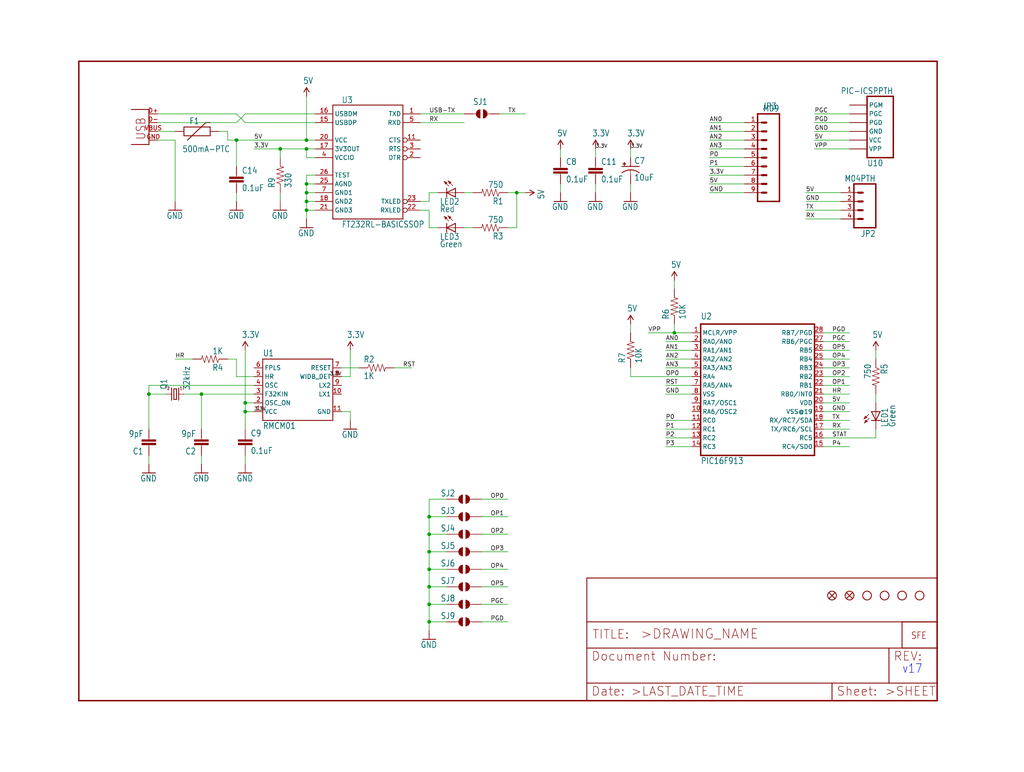
<source format=kicad_sch>
(kicad_sch (version 20211123) (generator eeschema)
  (paper "User" 297.002 223.926)
  (lib_symbols
    (symbol "eagleSchem-eagle-import:5V" (power)
      (property "Value" "5V" (at -1.016 3.556 0))
      (symbol "5V_1_0"
        (pin power_in line (at 0 0 90) (length 2.54) (name "5V") (number "1"))
      )
    )
    (symbol "eagleSchem-eagle-import:CAP0402-CAP"
      (property "Reference" "C" (at 1.524 2.921 0))
      (property "Value" "CAP0402-CAP" (at 1.524 -2.159 0))
      (symbol "CAP0402-CAP_1_0"
        (pin passive line (at 0 5.08 270) (length 2.54) (name "1") (number "1"))
        (pin passive line (at 0 -2.54 90) (length 2.54) (name "2") (number "2"))
      )
    )
    (symbol "eagleSchem-eagle-import:CAP_POL1206"
      (property "Reference" "C" (at 1.016 0.635 0))
      (property "Value" "CAP_POL1206" (at 1.016 -4.191 0))
      (symbol "CAP_POL1206_1_0"
        (pin passive line (at 0 2.54 270) (length 2.54) (name "+") (number "A"))
        (pin passive line (at 0 -5.08 90) (length 2.54) (name "-") (number "C"))
      )
    )
    (symbol "eagleSchem-eagle-import:CRYSTALEPSONMC146"
      (property "Reference" "Q" (at 2.54 1.016 0))
      (property "Value" "CRYSTALEPSONMC146" (at 2.54 -2.54 0))
      (symbol "CRYSTALEPSONMC146_1_0"
        (text "1" (at -2.159 -1.143 0) (effects (font (size 0.8636 0.734)) (justify left bottom)))
        (text "2" (at 1.524 -1.143 0) (effects (font (size 0.8636 0.734)) (justify left bottom)))
        (pin passive line (at 2.54 0 180) (length 0) (name "2") (number "P$1"))
        (pin passive line (at -2.54 0 0) (length 0) (name "1") (number "P$2"))
      )
    )
    (symbol "eagleSchem-eagle-import:FIDUCIAL1X2")
    (symbol "eagleSchem-eagle-import:FRAME-LETTER"
      (symbol "FRAME-LETTER_2_0"
        (text ">DRAWING_NAME" (at 15.494 17.78 0) (effects (font (size 2.7432 2.7432)) (justify left bottom)))
        (text ">LAST_DATE_TIME" (at 12.7 1.27 0) (effects (font (size 2.54 2.54)) (justify left bottom)))
        (text ">SHEET" (at 86.36 1.27 0) (effects (font (size 2.54 2.54)) (justify left bottom)))
        (text "Date:" (at 1.27 1.27 0) (effects (font (size 2.54 2.54)) (justify left bottom)))
        (text "Document Number:" (at 1.27 11.43 0) (effects (font (size 2.54 2.54)) (justify left bottom)))
        (text "REV:" (at 88.9 11.43 0) (effects (font (size 2.54 2.54)) (justify left bottom)))
        (text "Sheet:" (at 72.39 1.27 0) (effects (font (size 2.54 2.54)) (justify left bottom)))
        (text "TITLE:" (at 1.524 17.78 0) (effects (font (size 2.54 2.54)) (justify left bottom)))
      )
    )
    (symbol "eagleSchem-eagle-import:FT232RL-BASICSSOP"
      (property "Reference" "U" (at -7.62 15.748 0))
      (property "Value" "FT232RL-BASICSSOP" (at -7.62 -20.32 0))
      (symbol "FT232RL-BASICSSOP_1_0"
        (pin output line (at 15.24 12.7 180) (length 5.08) (name "TXD") (number "1"))
        (pin bidirectional inverted (at 15.24 5.08 180) (length 5.08) (name "CTS") (number "11"))
        (pin bidirectional line (at -15.24 10.16 0) (length 5.08) (name "USBDP") (number "15"))
        (pin bidirectional line (at -15.24 12.7 0) (length 5.08) (name "USBDM") (number "16"))
        (pin output line (at -15.24 2.54 0) (length 5.08) (name "3V3OUT") (number "17"))
        (pin power_in line (at -15.24 -12.7 0) (length 5.08) (name "GND2") (number "18"))
        (pin bidirectional inverted (at 15.24 0 180) (length 5.08) (name "DTR") (number "2"))
        (pin power_in line (at -15.24 5.08 0) (length 5.08) (name "VCC") (number "20"))
        (pin power_in line (at -15.24 -15.24 0) (length 5.08) (name "GND3") (number "21"))
        (pin bidirectional inverted (at 15.24 -15.24 180) (length 5.08) (name "RXLED") (number "22"))
        (pin bidirectional inverted (at 15.24 -12.7 180) (length 5.08) (name "TXLED") (number "23"))
        (pin power_in line (at -15.24 -7.62 0) (length 5.08) (name "AGND") (number "25"))
        (pin input line (at -15.24 -5.08 0) (length 5.08) (name "TEST") (number "26"))
        (pin bidirectional inverted (at 15.24 2.54 180) (length 5.08) (name "RTS") (number "3"))
        (pin power_in line (at -15.24 0 0) (length 5.08) (name "VCCIO") (number "4"))
        (pin input line (at 15.24 10.16 180) (length 5.08) (name "RXD") (number "5"))
        (pin power_in line (at -15.24 -10.16 0) (length 5.08) (name "GND1") (number "7"))
      )
    )
    (symbol "eagleSchem-eagle-import:GND" (power)
      (property "Value" "GND" (at -2.54 -2.54 0))
      (symbol "GND_1_0"
        (pin power_in line (at 0 2.54 270) (length 2.54) (name "GND") (number "1"))
      )
    )
    (symbol "eagleSchem-eagle-import:LED0603"
      (property "Reference" "LED" (at 3.556 -4.572 90))
      (property "Value" "LED0603" (at 5.715 -4.572 90))
      (symbol "LED0603_1_0"
        (pin passive line (at 0 2.54 270) (length 2.54) (name "A") (number "A"))
        (pin passive line (at 0 -5.08 90) (length 2.54) (name "C") (number "C"))
      )
    )
    (symbol "eagleSchem-eagle-import:LOGO-SFENEW"
      (symbol "LOGO-SFENEW_1_0"
        (text "SFE" (at 0 0 0) (effects (font (size 1.9304 1.6408)) (justify left bottom)))
      )
    )
    (symbol "eagleSchem-eagle-import:M04PTH"
      (property "Reference" "JP" (at -5.08 8.382 0))
      (property "Value" "M04PTH" (at -5.08 -7.62 0))
      (symbol "M04PTH_1_0"
        (pin passive line (at 5.08 -2.54 180) (length 5.08) (name "1") (number "1"))
        (pin passive line (at 5.08 0 180) (length 5.08) (name "2") (number "2"))
        (pin passive line (at 5.08 2.54 180) (length 5.08) (name "3") (number "3"))
        (pin passive line (at 5.08 5.08 180) (length 5.08) (name "4") (number "4"))
      )
    )
    (symbol "eagleSchem-eagle-import:M09"
      (property "Reference" "JP" (at 0 16.51 0))
      (property "Value" "M09" (at 0 -15.24 0))
      (symbol "M09_1_0"
        (pin passive line (at 10.16 -10.16 180) (length 5.08) (name "1") (number "1"))
        (pin passive line (at 10.16 -7.62 180) (length 5.08) (name "2") (number "2"))
        (pin passive line (at 10.16 -5.08 180) (length 5.08) (name "3") (number "3"))
        (pin passive line (at 10.16 -2.54 180) (length 5.08) (name "4") (number "4"))
        (pin passive line (at 10.16 0 180) (length 5.08) (name "5") (number "5"))
        (pin passive line (at 10.16 2.54 180) (length 5.08) (name "6") (number "6"))
        (pin passive line (at 10.16 5.08 180) (length 5.08) (name "7") (number "7"))
        (pin passive line (at 10.16 7.62 180) (length 5.08) (name "8") (number "8"))
        (pin passive line (at 10.16 10.16 180) (length 5.08) (name "9") (number "9"))
      )
    )
    (symbol "eagleSchem-eagle-import:PIC-ICSPPTH"
      (property "Value" "PIC-ICSPPTH" (at -5.08 -12.7 0))
      (symbol "PIC-ICSPPTH_1_0"
        (pin bidirectional line (at 7.62 -7.62 180) (length 5.08) (name "PGM") (number "1"))
        (pin bidirectional line (at 7.62 -5.08 180) (length 5.08) (name "PGC") (number "2"))
        (pin bidirectional line (at 7.62 -2.54 180) (length 5.08) (name "PGD") (number "3"))
        (pin bidirectional line (at 7.62 0 180) (length 5.08) (name "GND") (number "4"))
        (pin bidirectional line (at 7.62 2.54 180) (length 5.08) (name "VCC") (number "5"))
        (pin bidirectional line (at 7.62 5.08 180) (length 5.08) (name "VPP") (number "6"))
      )
    )
    (symbol "eagleSchem-eagle-import:PIC16F913SOIC28"
      (property "Value" "PIC16F913SOIC28" (at -15.24 -20.32 0))
      (symbol "PIC16F913SOIC28_1_0"
        (pin bidirectional line (at -17.78 17.78 0) (length 2.54) (name "MCLR/VPP") (number "1"))
        (pin bidirectional line (at -17.78 -5.08 0) (length 2.54) (name "RA6/OSC2") (number "10"))
        (pin bidirectional line (at -17.78 -7.62 0) (length 2.54) (name "RC0") (number "11"))
        (pin bidirectional line (at -17.78 -10.16 0) (length 2.54) (name "RC1") (number "12"))
        (pin bidirectional line (at -17.78 -12.7 0) (length 2.54) (name "RC2") (number "13"))
        (pin bidirectional line (at -17.78 -15.24 0) (length 2.54) (name "RC3") (number "14"))
        (pin bidirectional line (at 20.32 -15.24 180) (length 2.54) (name "RC4/SD0") (number "15"))
        (pin bidirectional line (at 20.32 -12.7 180) (length 2.54) (name "RC5") (number "16"))
        (pin bidirectional line (at 20.32 -10.16 180) (length 2.54) (name "TX/RC6/SCL") (number "17"))
        (pin input line (at 20.32 -7.62 180) (length 2.54) (name "RX/RC7/SDA") (number "18"))
        (pin power_in line (at 20.32 -5.08 180) (length 2.54) (name "VSS@19") (number "19"))
        (pin bidirectional line (at -17.78 15.24 0) (length 2.54) (name "RA0/AN0") (number "2"))
        (pin power_in line (at 20.32 -2.54 180) (length 2.54) (name "VDD") (number "20"))
        (pin bidirectional line (at 20.32 0 180) (length 2.54) (name "RB0/INT0") (number "21"))
        (pin bidirectional line (at 20.32 2.54 180) (length 2.54) (name "RB1") (number "22"))
        (pin bidirectional line (at 20.32 5.08 180) (length 2.54) (name "RB2") (number "23"))
        (pin bidirectional line (at 20.32 7.62 180) (length 2.54) (name "RB3") (number "24"))
        (pin bidirectional line (at 20.32 10.16 180) (length 2.54) (name "RB4") (number "25"))
        (pin bidirectional line (at 20.32 12.7 180) (length 2.54) (name "RB5") (number "26"))
        (pin bidirectional line (at 20.32 15.24 180) (length 2.54) (name "RB6/PGC") (number "27"))
        (pin bidirectional line (at 20.32 17.78 180) (length 2.54) (name "RB7/PGD") (number "28"))
        (pin bidirectional line (at -17.78 12.7 0) (length 2.54) (name "RA1/AN1") (number "3"))
        (pin bidirectional line (at -17.78 10.16 0) (length 2.54) (name "RA2/AN2") (number "4"))
        (pin bidirectional line (at -17.78 7.62 0) (length 2.54) (name "RA3/AN3") (number "5"))
        (pin bidirectional line (at -17.78 5.08 0) (length 2.54) (name "RA4") (number "6"))
        (pin bidirectional line (at -17.78 2.54 0) (length 2.54) (name "RA5/AN4") (number "7"))
        (pin power_in line (at -17.78 0 0) (length 2.54) (name "VSS") (number "8"))
        (pin bidirectional line (at -17.78 -2.54 0) (length 2.54) (name "RA7/OSC1") (number "9"))
      )
    )
    (symbol "eagleSchem-eagle-import:PTCSMD"
      (property "Reference" "F" (at -2.54 3.048 0))
      (property "Value" "PTCSMD" (at -3.302 -5.08 0))
      (symbol "PTCSMD_1_0"
        (pin bidirectional line (at -5.08 0 0) (length 2.54) (name "1") (number "1"))
        (pin bidirectional line (at 7.62 0 180) (length 2.54) (name "2") (number "2"))
      )
    )
    (symbol "eagleSchem-eagle-import:RESISTOR0402-RES"
      (property "Reference" "R" (at -3.81 1.4986 0))
      (property "Value" "RESISTOR0402-RES" (at -3.81 -3.302 0))
      (symbol "RESISTOR0402-RES_1_0"
        (pin passive line (at -5.08 0 0) (length 2.54) (name "1") (number "1"))
        (pin passive line (at 5.08 0 180) (length 2.54) (name "2") (number "2"))
      )
    )
    (symbol "eagleSchem-eagle-import:RMCM01SMD"
      (property "Value" "RMCM01SMD" (at -10.16 -12.7 0))
      (symbol "RMCM01SMD_1_0"
        (pin bidirectional line (at -12.7 -7.62 0) (length 2.54) (name "VCC") (number "1"))
        (pin bidirectional line (at 12.7 -2.54 180) (length 2.54) (name "LX1") (number "10"))
        (pin bidirectional line (at 12.7 -7.62 180) (length 2.54) (name "GND") (number "11"))
        (pin bidirectional line (at -12.7 -5.08 0) (length 2.54) (name "OSC_ON") (number "2"))
        (pin bidirectional line (at -12.7 -2.54 0) (length 2.54) (name "F32KIN") (number "3"))
        (pin bidirectional line (at -12.7 0 0) (length 2.54) (name "OSC") (number "4"))
        (pin bidirectional line (at -12.7 2.54 0) (length 2.54) (name "HR") (number "5"))
        (pin bidirectional line (at -12.7 5.08 0) (length 2.54) (name "FPLS") (number "6"))
        (pin bidirectional line (at 12.7 5.08 180) (length 2.54) (name "RESET") (number "7"))
        (pin bidirectional line (at 12.7 2.54 180) (length 2.54) (name "WIDB_DET") (number "8"))
        (pin bidirectional line (at 12.7 0 180) (length 2.54) (name "LX2") (number "9"))
      )
    )
    (symbol "eagleSchem-eagle-import:SOLDERJUMPERNC2"
      (property "Reference" "SJ" (at -2.54 2.54 0))
      (symbol "SOLDERJUMPERNC2_1_0"
        (pin passive line (at -5.08 0 0) (length 2.54) (name "1") (number "1"))
        (pin passive line (at 5.08 0 180) (length 2.54) (name "2") (number "2"))
      )
    )
    (symbol "eagleSchem-eagle-import:SOLDERJUMPERNO"
      (property "Reference" "SJ" (at -2.54 2.54 0))
      (symbol "SOLDERJUMPERNO_1_0"
        (pin passive line (at -5.08 0 0) (length 2.54) (name "1") (number "1"))
        (pin passive line (at 5.08 0 180) (length 2.54) (name "2") (number "2"))
      )
    )
    (symbol "eagleSchem-eagle-import:STAND-OFF")
    (symbol "eagleSchem-eagle-import:USBSMD"
      (symbol "USBSMD_1_0"
        (text "USB" (at 3.81 0 900) (effects (font (size 2.54 2.159)) (justify left bottom)))
        (pin bidirectional line (at -2.54 7.62 0) (length 2.54) (name "D+") (number "D+"))
        (pin bidirectional line (at -2.54 5.08 0) (length 2.54) (name "D-") (number "D-"))
        (pin bidirectional line (at -2.54 0 0) (length 2.54) (name "GND") (number "GND"))
        (pin bidirectional line (at -2.54 2.54 0) (length 2.54) (name "VBUS") (number "VBUS"))
      )
    )
  )
  (junction (at 81.28 43.18))
  (junction (at 68.58 40.64))
  (junction (at 58.42 114.3))
  (junction (at 124.46 160.02))
  (junction (at 88.9 40.64))
  (junction (at 124.46 154.94))
  (junction (at 88.9 58.42))
  (junction (at 124.46 170.18))
  (junction (at 71.12 119.38))
  (junction (at 88.9 60.96))
  (junction (at 124.46 175.26))
  (junction (at 71.12 116.84))
  (junction (at 124.46 149.86))
  (junction (at 88.9 53.34))
  (junction (at 124.46 165.1))
  (junction (at 149.86 55.88))
  (junction (at 88.9 43.18))
  (junction (at 43.18 114.3))
  (junction (at 124.46 180.34))
  (junction (at 195.58 96.52))
  (junction (at 88.9 55.88))
  (wire (pts (xy 66.04 40.64) (xy 68.58 40.64)))
  (wire (pts (xy 215.9 45.72) (xy 205.74 45.72)))
  (wire (pts (xy 236.22 40.64) (xy 246.38 40.64)))
  (wire (pts (xy 71.12 33.02) (xy 91.44 33.02)))
  (wire (pts (xy 91.44 35.56) (xy 71.12 35.56)))
  (wire (pts (xy 195.58 96.52) (xy 187.96 96.52)))
  (wire (pts (xy 236.22 38.1) (xy 246.38 38.1)))
  (wire (pts (xy 236.22 43.18) (xy 246.38 43.18)))
  (wire (pts (xy 147.32 66.04) (xy 149.86 66.04)))
  (wire (pts (xy 238.76 106.68) (xy 246.38 106.68)))
  (wire (pts (xy 254 114.3) (xy 254 116.84)))
  (wire (pts (xy 243.84 55.88) (xy 233.68 55.88)))
  (wire (pts (xy 200.66 127) (xy 193.04 127)))
  (wire (pts (xy 238.76 114.3) (xy 246.38 114.3)))
  (wire (pts (xy 254 101.6) (xy 254 104.14)))
  (wire (pts (xy 200.66 106.68) (xy 193.04 106.68)))
  (wire (pts (xy 139.7 165.1) (xy 147.32 165.1)))
  (wire (pts (xy 238.76 104.14) (xy 246.38 104.14)))
  (wire (pts (xy 58.42 114.3) (xy 53.34 114.3)))
  (wire (pts (xy 68.58 35.56) (xy 71.12 33.02)))
  (wire (pts (xy 182.88 106.68) (xy 182.88 109.22)))
  (wire (pts (xy 129.54 170.18) (xy 124.46 170.18)))
  (wire (pts (xy 99.06 119.38) (xy 101.6 119.38)))
  (wire (pts (xy 238.76 101.6) (xy 246.38 101.6)))
  (wire (pts (xy 88.9 40.64) (xy 91.44 40.64)))
  (wire (pts (xy 236.22 35.56) (xy 246.38 35.56)))
  (wire (pts (xy 91.44 55.88) (xy 88.9 55.88)))
  (wire (pts (xy 43.18 114.3) (xy 48.26 114.3)))
  (wire (pts (xy 215.9 40.64) (xy 205.74 40.64)))
  (wire (pts (xy 68.58 109.22) (xy 68.58 104.14)))
  (wire (pts (xy 88.9 60.96) (xy 88.9 63.5)))
  (wire (pts (xy 238.76 116.84) (xy 246.38 116.84)))
  (wire (pts (xy 124.46 66.04) (xy 127 66.04)))
  (wire (pts (xy 215.9 48.26) (xy 205.74 48.26)))
  (wire (pts (xy 71.12 116.84) (xy 71.12 101.6)))
  (wire (pts (xy 195.58 81.28) (xy 195.58 83.82)))
  (wire (pts (xy 200.66 111.76) (xy 193.04 111.76)))
  (wire (pts (xy 238.76 119.38) (xy 246.38 119.38)))
  (wire (pts (xy 238.76 121.92) (xy 246.38 121.92)))
  (wire (pts (xy 129.54 175.26) (xy 124.46 175.26)))
  (wire (pts (xy 81.28 43.18) (xy 73.66 43.18)))
  (wire (pts (xy 139.7 170.18) (xy 147.32 170.18)))
  (wire (pts (xy 66.04 38.1) (xy 66.04 40.64)))
  (wire (pts (xy 43.18 124.46) (xy 43.18 114.3)))
  (wire (pts (xy 129.54 149.86) (xy 124.46 149.86)))
  (wire (pts (xy 129.54 160.02) (xy 124.46 160.02)))
  (wire (pts (xy 238.76 109.22) (xy 246.38 109.22)))
  (wire (pts (xy 124.46 170.18) (xy 124.46 175.26)))
  (wire (pts (xy 104.14 106.68) (xy 99.06 106.68)))
  (wire (pts (xy 71.12 134.62) (xy 71.12 132.08)))
  (wire (pts (xy 215.9 53.34) (xy 205.74 53.34)))
  (wire (pts (xy 73.66 116.84) (xy 71.12 116.84)))
  (wire (pts (xy 124.46 175.26) (xy 124.46 180.34)))
  (wire (pts (xy 124.46 160.02) (xy 124.46 165.1)))
  (wire (pts (xy 254 127) (xy 254 124.46)))
  (wire (pts (xy 172.72 55.88) (xy 172.72 53.34)))
  (wire (pts (xy 129.54 144.78) (xy 124.46 144.78)))
  (wire (pts (xy 91.44 45.72) (xy 88.9 45.72)))
  (wire (pts (xy 68.58 40.64) (xy 88.9 40.64)))
  (wire (pts (xy 124.46 180.34) (xy 124.46 182.88)))
  (wire (pts (xy 182.88 93.98) (xy 182.88 96.52)))
  (wire (pts (xy 149.86 66.04) (xy 149.86 55.88)))
  (wire (pts (xy 149.86 55.88) (xy 147.32 55.88)))
  (wire (pts (xy 200.66 129.54) (xy 193.04 129.54)))
  (wire (pts (xy 243.84 63.5) (xy 233.68 63.5)))
  (wire (pts (xy 162.56 43.18) (xy 162.56 45.72)))
  (wire (pts (xy 73.66 119.38) (xy 71.12 119.38)))
  (wire (pts (xy 152.4 55.88) (xy 149.86 55.88)))
  (wire (pts (xy 43.18 111.76) (xy 43.18 114.3)))
  (wire (pts (xy 238.76 124.46) (xy 246.38 124.46)))
  (wire (pts (xy 129.54 180.34) (xy 124.46 180.34)))
  (wire (pts (xy 215.9 35.56) (xy 205.74 35.56)))
  (wire (pts (xy 139.7 160.02) (xy 147.32 160.02)))
  (wire (pts (xy 91.44 43.18) (xy 88.9 43.18)))
  (wire (pts (xy 139.7 180.34) (xy 147.32 180.34)))
  (wire (pts (xy 71.12 119.38) (xy 71.12 116.84)))
  (wire (pts (xy 68.58 48.26) (xy 68.58 40.64)))
  (wire (pts (xy 238.76 127) (xy 254 127)))
  (wire (pts (xy 45.72 40.64) (xy 50.8 40.64)))
  (wire (pts (xy 91.44 53.34) (xy 88.9 53.34)))
  (wire (pts (xy 139.7 149.86) (xy 147.32 149.86)))
  (wire (pts (xy 127 55.88) (xy 124.46 55.88)))
  (wire (pts (xy 43.18 134.62) (xy 43.18 132.08)))
  (wire (pts (xy 129.54 165.1) (xy 124.46 165.1)))
  (wire (pts (xy 124.46 55.88) (xy 124.46 58.42)))
  (wire (pts (xy 200.66 121.92) (xy 193.04 121.92)))
  (wire (pts (xy 91.44 50.8) (xy 88.9 50.8)))
  (wire (pts (xy 88.9 55.88) (xy 88.9 58.42)))
  (wire (pts (xy 144.78 33.02) (xy 152.4 33.02)))
  (wire (pts (xy 114.3 106.68) (xy 119.38 106.68)))
  (wire (pts (xy 88.9 53.34) (xy 88.9 55.88)))
  (wire (pts (xy 243.84 58.42) (xy 233.68 58.42)))
  (wire (pts (xy 81.28 45.72) (xy 81.28 43.18)))
  (wire (pts (xy 139.7 175.26) (xy 147.32 175.26)))
  (wire (pts (xy 238.76 129.54) (xy 246.38 129.54)))
  (wire (pts (xy 88.9 45.72) (xy 88.9 43.18)))
  (wire (pts (xy 55.88 104.14) (xy 50.8 104.14)))
  (wire (pts (xy 137.16 55.88) (xy 134.62 55.88)))
  (wire (pts (xy 73.66 111.76) (xy 43.18 111.76)))
  (wire (pts (xy 124.46 154.94) (xy 124.46 160.02)))
  (wire (pts (xy 101.6 119.38) (xy 101.6 121.92)))
  (wire (pts (xy 71.12 35.56) (xy 68.58 33.02)))
  (wire (pts (xy 182.88 43.18) (xy 182.88 45.72)))
  (wire (pts (xy 215.9 55.88) (xy 205.74 55.88)))
  (wire (pts (xy 200.66 96.52) (xy 195.58 96.52)))
  (wire (pts (xy 124.46 144.78) (xy 124.46 149.86)))
  (wire (pts (xy 200.66 101.6) (xy 193.04 101.6)))
  (wire (pts (xy 215.9 50.8) (xy 205.74 50.8)))
  (wire (pts (xy 91.44 60.96) (xy 88.9 60.96)))
  (wire (pts (xy 68.58 33.02) (xy 45.72 33.02)))
  (wire (pts (xy 200.66 104.14) (xy 193.04 104.14)))
  (wire (pts (xy 121.92 35.56) (xy 134.62 35.56)))
  (wire (pts (xy 68.58 104.14) (xy 66.04 104.14)))
  (wire (pts (xy 200.66 99.06) (xy 193.04 99.06)))
  (wire (pts (xy 91.44 58.42) (xy 88.9 58.42)))
  (wire (pts (xy 172.72 43.18) (xy 172.72 45.72)))
  (wire (pts (xy 73.66 114.3) (xy 58.42 114.3)))
  (wire (pts (xy 50.8 40.64) (xy 50.8 58.42)))
  (wire (pts (xy 182.88 55.88) (xy 182.88 53.34)))
  (wire (pts (xy 162.56 55.88) (xy 162.56 53.34)))
  (wire (pts (xy 121.92 58.42) (xy 124.46 58.42)))
  (wire (pts (xy 195.58 93.98) (xy 195.58 96.52)))
  (wire (pts (xy 124.46 60.96) (xy 124.46 66.04)))
  (wire (pts (xy 63.5 38.1) (xy 66.04 38.1)))
  (wire (pts (xy 200.66 114.3) (xy 193.04 114.3)))
  (wire (pts (xy 139.7 154.94) (xy 147.32 154.94)))
  (wire (pts (xy 45.72 38.1) (xy 50.8 38.1)))
  (wire (pts (xy 121.92 33.02) (xy 134.62 33.02)))
  (wire (pts (xy 139.7 144.78) (xy 147.32 144.78)))
  (wire (pts (xy 124.46 165.1) (xy 124.46 170.18)))
  (wire (pts (xy 58.42 134.62) (xy 58.42 132.08)))
  (wire (pts (xy 88.9 43.18) (xy 81.28 43.18)))
  (wire (pts (xy 71.12 124.46) (xy 71.12 119.38)))
  (wire (pts (xy 243.84 60.96) (xy 233.68 60.96)))
  (wire (pts (xy 238.76 96.52) (xy 246.38 96.52)))
  (wire (pts (xy 129.54 154.94) (xy 124.46 154.94)))
  (wire (pts (xy 99.06 109.22) (xy 101.6 109.22)))
  (wire (pts (xy 88.9 58.42) (xy 88.9 60.96)))
  (wire (pts (xy 68.58 58.42) (xy 68.58 55.88)))
  (wire (pts (xy 238.76 111.76) (xy 246.38 111.76)))
  (wire (pts (xy 101.6 109.22) (xy 101.6 101.6)))
  (wire (pts (xy 73.66 109.22) (xy 68.58 109.22)))
  (wire (pts (xy 200.66 109.22) (xy 182.88 109.22)))
  (wire (pts (xy 236.22 33.02) (xy 246.38 33.02)))
  (wire (pts (xy 88.9 40.64) (xy 88.9 27.94)))
  (wire (pts (xy 121.92 60.96) (xy 124.46 60.96)))
  (wire (pts (xy 238.76 99.06) (xy 246.38 99.06)))
  (wire (pts (xy 215.9 43.18) (xy 205.74 43.18)))
  (wire (pts (xy 58.42 124.46) (xy 58.42 114.3)))
  (wire (pts (xy 124.46 149.86) (xy 124.46 154.94)))
  (wire (pts (xy 45.72 35.56) (xy 68.58 35.56)))
  (wire (pts (xy 215.9 38.1) (xy 205.74 38.1)))
  (wire (pts (xy 88.9 50.8) (xy 88.9 53.34)))
  (wire (pts (xy 200.66 124.46) (xy 193.04 124.46)))
  (wire (pts (xy 137.16 66.04) (xy 134.62 66.04)))
  (wire (pts (xy 81.28 58.42) (xy 81.28 55.88)))
  (text "v17" (at 261.62 195.58 180) (effects (font (size 2.54 2.159)) (justify left bottom)))
  (label "AN2" (at 193.04 104.14 0) (effects (font (size 1.2446 1.2446))))
  (label "STAT" (at 241.3 127 0) (effects (font (size 1.2446 1.2446))))
  (label "RST" (at 116.84 106.68 0) (effects (font (size 1.2446 1.2446))))
  (label "PGD" (at 142.24 180.34 0) (effects (font (size 1.2446 1.2446))))
  (label "P1" (at 205.74 48.26 0) (effects (font (size 1.2446 1.2446))))
  (label "GND" (at 193.04 114.3 0) (effects (font (size 1.2446 1.2446))))
  (label "P3" (at 193.04 129.54 0) (effects (font (size 1.2446 1.2446))))
  (label "AN1" (at 205.74 38.1 0) (effects (font (size 1.2446 1.2446))))
  (label "OP5" (at 241.3 101.6 0) (effects (font (size 1.2446 1.2446))))
  (label "AN3" (at 205.74 43.18 0) (effects (font (size 1.2446 1.2446))))
  (label "AN0" (at 205.74 35.56 0) (effects (font (size 1.2446 1.2446))))
  (label "GND" (at 205.74 55.88 0) (effects (font (size 1.2446 1.2446))))
  (label "P4" (at 241.3 129.54 0) (effects (font (size 1.2446 1.2446))))
  (label "HR" (at 50.8 104.14 0) (effects (font (size 1.2446 1.2446))))
  (label "OP3" (at 142.24 160.02 0) (effects (font (size 1.2446 1.2446))))
  (label "OP4" (at 241.3 104.14 0) (effects (font (size 1.2446 1.2446))))
  (label "PGD" (at 236.22 35.56 0) (effects (font (size 1.2446 1.2446))))
  (label "VPP" (at 236.22 43.18 0) (effects (font (size 1.2446 1.2446))))
  (label "OP2" (at 241.3 109.22 0) (effects (font (size 1.2446 1.2446))))
  (label "5V" (at 241.3 116.84 0) (effects (font (size 1.2446 1.2446))))
  (label "RX" (at 241.3 124.46 0) (effects (font (size 1.2446 1.2446))))
  (label "AN1" (at 193.04 101.6 0) (effects (font (size 1.2446 1.2446))))
  (label "3.3V" (at 73.66 43.18 0) (effects (font (size 1.2446 1.2446))))
  (label "OP2" (at 142.24 154.94 0) (effects (font (size 1.2446 1.2446))))
  (label "AN3" (at 193.04 106.68 0) (effects (font (size 1.2446 1.2446))))
  (label "PGD" (at 241.3 96.52 0) (effects (font (size 1.2446 1.2446))))
  (label "AN0" (at 193.04 99.06 0) (effects (font (size 1.2446 1.2446))))
  (label "OP3" (at 241.3 106.68 0) (effects (font (size 1.2446 1.2446))))
  (label "3.3V" (at 99.06 109.22 180) (effects (font (size 1.016 1.016))))
  (label "AN2" (at 205.74 40.64 0) (effects (font (size 1.2446 1.2446))))
  (label "P1" (at 193.04 124.46 0) (effects (font (size 1.2446 1.2446))))
  (label "PGC" (at 142.24 175.26 0) (effects (font (size 1.2446 1.2446))))
  (label "RX" (at 124.46 35.56 0) (effects (font (size 1.2446 1.2446))))
  (label "GND" (at 241.3 119.38 0) (effects (font (size 1.2446 1.2446))))
  (label "3.3V" (at 73.66 119.38 0) (effects (font (size 1.016 1.016))))
  (label "HR" (at 241.3 114.3 0) (effects (font (size 1.2446 1.2446))))
  (label "RST" (at 193.04 111.76 0) (effects (font (size 1.2446 1.2446))))
  (label "VPP" (at 187.96 96.52 0) (effects (font (size 1.2446 1.2446))))
  (label "PGC" (at 241.3 99.06 0) (effects (font (size 1.2446 1.2446))))
  (label "PGC" (at 236.22 33.02 0) (effects (font (size 1.2446 1.2446))))
  (label "TX" (at 241.3 121.92 0) (effects (font (size 1.2446 1.2446))))
  (label "OP0" (at 193.04 109.22 0) (effects (font (size 1.2446 1.2446))))
  (label "3.3V" (at 182.88 43.18 0) (effects (font (size 1.016 1.016))))
  (label "P2" (at 193.04 127 0) (effects (font (size 1.2446 1.2446))))
  (label "OP1" (at 241.3 111.76 0) (effects (font (size 1.2446 1.2446))))
  (label "OP5" (at 142.24 170.18 0) (effects (font (size 1.2446 1.2446))))
  (label "3.3V" (at 172.72 43.18 0) (effects (font (size 1.016 1.016))))
  (label "TX" (at 147.32 33.02 0) (effects (font (size 1.2446 1.2446))))
  (label "5V" (at 233.68 55.88 0) (effects (font (size 1.2446 1.2446))))
  (label "TX" (at 233.68 60.96 0) (effects (font (size 1.2446 1.2446))))
  (label "3.3V" (at 205.74 50.8 0) (effects (font (size 1.2446 1.2446))))
  (label "OP4" (at 142.24 165.1 0) (effects (font (size 1.2446 1.2446))))
  (label "OP0" (at 142.24 144.78 0) (effects (font (size 1.2446 1.2446))))
  (label "P0" (at 205.74 45.72 0) (effects (font (size 1.2446 1.2446))))
  (label "OP1" (at 142.24 149.86 0) (effects (font (size 1.2446 1.2446))))
  (label "GND" (at 236.22 38.1 0) (effects (font (size 1.2446 1.2446))))
  (label "RX" (at 233.68 63.5 0) (effects (font (size 1.2446 1.2446))))
  (label "5V" (at 205.74 53.34 0) (effects (font (size 1.2446 1.2446))))
  (label "5V" (at 73.66 40.64 0) (effects (font (size 1.2446 1.2446))))
  (label "USB-TX" (at 124.46 33.02 0) (effects (font (size 1.2446 1.2446))))
  (label "GND" (at 233.68 58.42 0) (effects (font (size 1.2446 1.2446))))
  (label "P0" (at 193.04 121.92 0) (effects (font (size 1.2446 1.2446))))
  (label "5V" (at 236.22 40.64 0) (effects (font (size 1.2446 1.2446))))
  (symbol (lib_id "eagleSchem-eagle-import:GND") (at 58.42 137.16 0) (unit 1)
    (property "Reference" "#GND3" (effects hide))
    (property "Value" "GND" (at 55.88 139.7 0) (effects (font (size 1.778 1.5113)) (justify left bottom)))
    (property "Footprint" "eagleSchem:" (effects hide))
  )
  (symbol (lib_id "eagleSchem-eagle-import:PIC-ICSPPTH") (at 254 38.1 180) (unit 1)
    (property "Reference" "U10" (at 251.46 48.26 0) (effects (font (size 1.778 1.5113)) (justify right top)))
    (property "Value" "PIC-ICSPPTH" (at 259.08 25.4 0) (effects (font (size 1.778 1.5113)) (justify left bottom)))
    (property "Footprint" "eagleSchem:MOLEX-1X6" (effects hide))
  )
  (symbol (lib_id "eagleSchem-eagle-import:SOLDERJUMPERNO") (at 134.62 180.34 0) (unit 1)
    (property "Reference" "SJ9" (at 127.762 179.578 0) (effects (font (size 1.778 1.5113)) (justify left bottom)))
    (property "Value" "SOLDERJUMPERNO" (effects hide))
    (property "Footprint" "eagleSchem:SJ_2S-NO" (effects hide))
  )
  (symbol (lib_id "eagleSchem-eagle-import:GND") (at 50.8 60.96 0) (unit 1)
    (property "Reference" "#GND18" (effects hide))
    (property "Value" "GND" (at 48.26 63.5 0) (effects (font (size 1.778 1.5113)) (justify left bottom)))
    (property "Footprint" "eagleSchem:" (effects hide))
  )
  (symbol (lib_id "eagleSchem-eagle-import:5V") (at 195.58 81.28 0) (unit 1)
    (property "Reference" "#U$18" (effects hide))
    (property "Value" "5V" (at 194.564 77.724 0) (effects (font (size 1.778 1.5113)) (justify left bottom)))
    (property "Footprint" "eagleSchem:" (effects hide))
  )
  (symbol (lib_id "eagleSchem-eagle-import:SOLDERJUMPERNO") (at 134.62 154.94 0) (unit 1)
    (property "Reference" "SJ4" (at 127.762 154.178 0) (effects (font (size 1.778 1.5113)) (justify left bottom)))
    (property "Value" "SOLDERJUMPERNO" (effects hide))
    (property "Footprint" "eagleSchem:SJ_2S-NO" (effects hide))
  )
  (symbol (lib_id "eagleSchem-eagle-import:GND") (at 124.46 185.42 0) (unit 1)
    (property "Reference" "#GND7" (effects hide))
    (property "Value" "GND" (at 121.92 187.96 0) (effects (font (size 1.778 1.5113)) (justify left bottom)))
    (property "Footprint" "eagleSchem:" (effects hide))
  )
  (symbol (lib_id "eagleSchem-eagle-import:5V") (at 182.88 93.98 0) (unit 1)
    (property "Reference" "#U$19" (effects hide))
    (property "Value" "5V" (at 181.864 90.424 0) (effects (font (size 1.778 1.5113)) (justify left bottom)))
    (property "Footprint" "eagleSchem:" (effects hide))
  )
  (symbol (lib_id "eagleSchem-eagle-import:FRAME-LETTER") (at 170.18 203.2 0) (unit 2)
    (property "Reference" "#FRAME1" (effects hide))
    (property "Value" "FRAME-LETTER" (effects hide))
    (property "Footprint" "eagleSchem:" (effects hide))
  )
  (symbol (lib_id "eagleSchem-eagle-import:RESISTOR0402-RES") (at 254 109.22 270) (unit 1)
    (property "Reference" "R5" (at 255.4986 105.41 0) (effects (font (size 1.778 1.5113)) (justify left bottom)))
    (property "Value" "750" (at 250.698 105.41 0) (effects (font (size 1.778 1.5113)) (justify left bottom)))
    (property "Footprint" "eagleSchem:0402-RES" (effects hide))
  )
  (symbol (lib_id "eagleSchem-eagle-import:GND") (at 71.12 137.16 0) (unit 1)
    (property "Reference" "#GND6" (effects hide))
    (property "Value" "GND" (at 68.58 139.7 0) (effects (font (size 1.778 1.5113)) (justify left bottom)))
    (property "Footprint" "eagleSchem:" (effects hide))
  )
  (symbol (lib_id "eagleSchem-eagle-import:M04PTH") (at 248.92 58.42 180) (unit 1)
    (property "Reference" "JP2" (at 254 66.802 0) (effects (font (size 1.778 1.5113)) (justify left bottom)))
    (property "Value" "M04PTH" (at 254 50.8 0) (effects (font (size 1.778 1.5113)) (justify left bottom)))
    (property "Footprint" "eagleSchem:1X04" (effects hide))
  )
  (symbol (lib_id "eagleSchem-eagle-import:CAP0402-CAP") (at 58.42 127 180) (unit 1)
    (property "Reference" "C2" (at 56.896 129.921 0) (effects (font (size 1.778 1.5113)) (justify left bottom)))
    (property "Value" "9pF" (at 56.896 124.841 0) (effects (font (size 1.778 1.5113)) (justify left bottom)))
    (property "Footprint" "eagleSchem:0402-CAP" (effects hide))
  )
  (symbol (lib_id "eagleSchem-eagle-import:FIDUCIAL1X2") (at 241.3 172.72 0) (unit 1)
    (property "Reference" "U$8" (effects hide))
    (property "Value" "FIDUCIAL1X2" (effects hide))
    (property "Footprint" "eagleSchem:FIDUCIAL-1X2" (effects hide))
  )
  (symbol (lib_id "eagleSchem-eagle-import:RESISTOR0402-RES") (at 182.88 101.6 90) (unit 1)
    (property "Reference" "R7" (at 181.3814 105.41 0) (effects (font (size 1.778 1.5113)) (justify left bottom)))
    (property "Value" "10K" (at 186.182 105.41 0) (effects (font (size 1.778 1.5113)) (justify left bottom)))
    (property "Footprint" "eagleSchem:0402-RES" (effects hide))
  )
  (symbol (lib_id "eagleSchem-eagle-import:SOLDERJUMPERNO") (at 134.62 160.02 0) (unit 1)
    (property "Reference" "SJ5" (at 127.762 159.258 0) (effects (font (size 1.778 1.5113)) (justify left bottom)))
    (property "Value" "SOLDERJUMPERNO" (effects hide))
    (property "Footprint" "eagleSchem:SJ_2S-NO" (effects hide))
  )
  (symbol (lib_id "eagleSchem-eagle-import:GND") (at 182.88 58.42 0) (unit 1)
    (property "Reference" "#GND4" (effects hide))
    (property "Value" "GND" (at 180.34 60.96 0) (effects (font (size 1.778 1.5113)) (justify left bottom)))
    (property "Footprint" "eagleSchem:" (effects hide))
  )
  (symbol (lib_id "eagleSchem-eagle-import:GND") (at 68.58 60.96 0) (unit 1)
    (property "Reference" "#GND27" (effects hide))
    (property "Value" "GND" (at 66.04 63.5 0) (effects (font (size 1.778 1.5113)) (justify left bottom)))
    (property "Footprint" "eagleSchem:" (effects hide))
  )
  (symbol (lib_id "eagleSchem-eagle-import:5V") (at 254 101.6 0) (unit 1)
    (property "Reference" "#U$9" (effects hide))
    (property "Value" "5V" (at 252.984 98.044 0) (effects (font (size 1.778 1.5113)) (justify left bottom)))
    (property "Footprint" "eagleSchem:" (effects hide))
  )
  (symbol (lib_id "eagleSchem-eagle-import:5V") (at 88.9 27.94 0) (unit 1)
    (property "Reference" "#U$14" (effects hide))
    (property "Value" "5V" (at 87.884 24.384 0) (effects (font (size 1.778 1.5113)) (justify left bottom)))
    (property "Footprint" "eagleSchem:" (effects hide))
  )
  (symbol (lib_id "eagleSchem-eagle-import:RESISTOR0402-RES") (at 142.24 66.04 180) (unit 1)
    (property "Reference" "R3" (at 146.05 67.5386 0) (effects (font (size 1.778 1.5113)) (justify left bottom)))
    (property "Value" "750" (at 146.05 62.738 0) (effects (font (size 1.778 1.5113)) (justify left bottom)))
    (property "Footprint" "eagleSchem:0402-RES" (effects hide))
  )
  (symbol (lib_id "eagleSchem-eagle-import:GND") (at 88.9 66.04 0) (unit 1)
    (property "Reference" "#GND21" (effects hide))
    (property "Value" "GND" (at 86.36 68.58 0) (effects (font (size 1.778 1.5113)) (justify left bottom)))
    (property "Footprint" "eagleSchem:" (effects hide))
  )
  (symbol (lib_id "eagleSchem-eagle-import:5V") (at 182.88 43.18 0) (unit 1)
    (property "Reference" "#U$7" (effects hide))
    (property "Value" "3.3V" (at 181.864 39.624 0) (effects (font (size 1.778 1.5113)) (justify left bottom)))
    (property "Footprint" "eagleSchem:" (effects hide))
  )
  (symbol (lib_id "eagleSchem-eagle-import:CRYSTALEPSONMC146") (at 50.8 114.3 180) (unit 1)
    (property "Reference" "Q1" (at 48.514 113.03 90) (effects (font (size 1.778 1.5113)) (justify right top)))
    (property "Value" "32kHz" (at 55.118 113.284 90) (effects (font (size 1.778 1.5113)) (justify right top)))
    (property "Footprint" "eagleSchem:CRYSTAL-32KHZ-SMD_EPSON_MC146" (effects hide))
  )
  (symbol (lib_id "eagleSchem-eagle-import:CAP_POL1206") (at 182.88 48.26 0) (unit 1)
    (property "Reference" "C7" (at 183.896 47.625 0) (effects (font (size 1.778 1.5113)) (justify left bottom)))
    (property "Value" "10uF" (at 183.896 52.451 0) (effects (font (size 1.778 1.5113)) (justify left bottom)))
    (property "Footprint" "eagleSchem:EIA3216" (effects hide))
  )
  (symbol (lib_id "eagleSchem-eagle-import:SOLDERJUMPERNO") (at 134.62 170.18 0) (unit 1)
    (property "Reference" "SJ7" (at 127.762 169.418 0) (effects (font (size 1.778 1.5113)) (justify left bottom)))
    (property "Value" "SOLDERJUMPERNO" (effects hide))
    (property "Footprint" "eagleSchem:SJ_2S-NO" (effects hide))
  )
  (symbol (lib_id "eagleSchem-eagle-import:GND") (at 162.56 58.42 0) (unit 1)
    (property "Reference" "#GND5" (effects hide))
    (property "Value" "GND" (at 160.02 60.96 0) (effects (font (size 1.778 1.5113)) (justify left bottom)))
    (property "Footprint" "eagleSchem:" (effects hide))
  )
  (symbol (lib_id "eagleSchem-eagle-import:SOLDERJUMPERNC2") (at 139.7 33.02 0) (unit 1)
    (property "Reference" "SJ1" (at 137.16 30.48 0) (effects (font (size 1.778 1.5113)) (justify left bottom)))
    (property "Value" "SOLDERJUMPERNC2" (effects hide))
    (property "Footprint" "eagleSchem:SJ_2S-NOTRACE" (effects hide))
  )
  (symbol (lib_id "eagleSchem-eagle-import:STAND-OFF") (at 256.54 172.72 0) (unit 1)
    (property "Reference" "U$16" (effects hide))
    (property "Value" "STAND-OFF" (effects hide))
    (property "Footprint" "eagleSchem:STAND-OFF" (effects hide))
  )
  (symbol (lib_id "eagleSchem-eagle-import:SOLDERJUMPERNO") (at 134.62 165.1 0) (unit 1)
    (property "Reference" "SJ6" (at 127.762 164.338 0) (effects (font (size 1.778 1.5113)) (justify left bottom)))
    (property "Value" "SOLDERJUMPERNO" (effects hide))
    (property "Footprint" "eagleSchem:SJ_2S-NO" (effects hide))
  )
  (symbol (lib_id "eagleSchem-eagle-import:RESISTOR0402-RES") (at 60.96 104.14 180) (unit 1)
    (property "Reference" "R4" (at 64.77 105.6386 0) (effects (font (size 1.778 1.5113)) (justify left bottom)))
    (property "Value" "1K" (at 64.77 100.838 0) (effects (font (size 1.778 1.5113)) (justify left bottom)))
    (property "Footprint" "eagleSchem:0402-RES" (effects hide))
  )
  (symbol (lib_id "eagleSchem-eagle-import:GND") (at 81.28 60.96 0) (unit 1)
    (property "Reference" "#GND8" (effects hide))
    (property "Value" "GND" (at 78.74 63.5 0) (effects (font (size 1.778 1.5113)) (justify left bottom)))
    (property "Footprint" "eagleSchem:" (effects hide))
  )
  (symbol (lib_id "eagleSchem-eagle-import:5V") (at 152.4 55.88 270) (unit 1)
    (property "Reference" "#U$2" (effects hide))
    (property "Value" "5V" (at 155.956 54.864 0) (effects (font (size 1.778 1.5113)) (justify left bottom)))
    (property "Footprint" "eagleSchem:" (effects hide))
  )
  (symbol (lib_id "eagleSchem-eagle-import:LOGO-SFENEW") (at 264.16 185.42 0) (unit 1)
    (property "Reference" "U$1" (effects hide))
    (property "Value" "LOGO-SFENEW" (effects hide))
    (property "Footprint" "eagleSchem:SFE-NEW-WEBLOGO" (effects hide))
  )
  (symbol (lib_id "eagleSchem-eagle-import:5V") (at 71.12 101.6 0) (unit 1)
    (property "Reference" "#U$5" (effects hide))
    (property "Value" "3.3V" (at 70.104 98.044 0) (effects (font (size 1.778 1.5113)) (justify left bottom)))
    (property "Footprint" "eagleSchem:" (effects hide))
  )
  (symbol (lib_id "eagleSchem-eagle-import:SOLDERJUMPERNO") (at 134.62 144.78 0) (unit 1)
    (property "Reference" "SJ2" (at 127.762 144.018 0) (effects (font (size 1.778 1.5113)) (justify left bottom)))
    (property "Value" "SOLDERJUMPERNO" (effects hide))
    (property "Footprint" "eagleSchem:SJ_2S-NO" (effects hide))
  )
  (symbol (lib_id "eagleSchem-eagle-import:5V") (at 162.56 43.18 0) (unit 1)
    (property "Reference" "#U$20" (effects hide))
    (property "Value" "5V" (at 161.544 39.624 0) (effects (font (size 1.778 1.5113)) (justify left bottom)))
    (property "Footprint" "eagleSchem:" (effects hide))
  )
  (symbol (lib_id "eagleSchem-eagle-import:RESISTOR0402-RES") (at 81.28 50.8 90) (unit 1)
    (property "Reference" "R9" (at 79.7814 54.61 0) (effects (font (size 1.778 1.5113)) (justify left bottom)))
    (property "Value" "330" (at 84.582 54.61 0) (effects (font (size 1.778 1.5113)) (justify left bottom)))
    (property "Footprint" "eagleSchem:0402-RES" (effects hide))
  )
  (symbol (lib_id "eagleSchem-eagle-import:5V") (at 172.72 43.18 0) (unit 1)
    (property "Reference" "#U$3" (effects hide))
    (property "Value" "3.3V" (at 171.704 39.624 0) (effects (font (size 1.778 1.5113)) (justify left bottom)))
    (property "Footprint" "eagleSchem:" (effects hide))
  )
  (symbol (lib_id "eagleSchem-eagle-import:CAP0402-CAP") (at 68.58 53.34 0) (unit 1)
    (property "Reference" "C14" (at 70.104 50.419 0) (effects (font (size 1.778 1.5113)) (justify left bottom)))
    (property "Value" "0.1uF" (at 70.104 55.499 0) (effects (font (size 1.778 1.5113)) (justify left bottom)))
    (property "Footprint" "eagleSchem:0402-CAP" (effects hide))
  )
  (symbol (lib_id "eagleSchem-eagle-import:PIC16F913SOIC28") (at 218.44 114.3 0) (unit 1)
    (property "Reference" "U2" (at 203.2 92.71 0) (effects (font (size 1.778 1.5113)) (justify left bottom)))
    (property "Value" "PIC16F913" (at 203.2 134.62 0) (effects (font (size 1.778 1.5113)) (justify left bottom)))
    (property "Footprint" "eagleSchem:SO-28W" (effects hide))
  )
  (symbol (lib_id "eagleSchem-eagle-import:FIDUCIAL1X2") (at 246.38 172.72 0) (unit 1)
    (property "Reference" "U$4" (effects hide))
    (property "Value" "FIDUCIAL1X2" (effects hide))
    (property "Footprint" "eagleSchem:FIDUCIAL-1X2" (effects hide))
  )
  (symbol (lib_id "eagleSchem-eagle-import:RMCM01SMD") (at 86.36 111.76 0) (unit 1)
    (property "Reference" "U1" (at 76.2 103.378 0) (effects (font (size 1.778 1.5113)) (justify left bottom)))
    (property "Value" "RMCM01" (at 76.2 124.46 0) (effects (font (size 1.778 1.5113)) (justify left bottom)))
    (property "Footprint" "eagleSchem:RMCM01" (effects hide))
  )
  (symbol (lib_id "eagleSchem-eagle-import:RESISTOR0402-RES") (at 195.58 88.9 90) (unit 1)
    (property "Reference" "R6" (at 194.0814 92.71 0) (effects (font (size 1.778 1.5113)) (justify left bottom)))
    (property "Value" "10K" (at 198.882 92.71 0) (effects (font (size 1.778 1.5113)) (justify left bottom)))
    (property "Footprint" "eagleSchem:0402-RES" (effects hide))
  )
  (symbol (lib_id "eagleSchem-eagle-import:USBSMD") (at 43.18 40.64 0) (mirror y) (unit 1)
    (property "Reference" "X1" (effects hide))
    (property "Value" "USBSMD" (effects hide))
    (property "Footprint" "eagleSchem:USB-MINIB" (effects hide))
  )
  (symbol (lib_id "eagleSchem-eagle-import:CAP0402-CAP") (at 162.56 50.8 0) (unit 1)
    (property "Reference" "C8" (at 164.084 47.879 0) (effects (font (size 1.778 1.5113)) (justify left bottom)))
    (property "Value" "0.1uF" (at 164.084 52.959 0) (effects (font (size 1.778 1.5113)) (justify left bottom)))
    (property "Footprint" "eagleSchem:0402-CAP" (effects hide))
  )
  (symbol (lib_id "eagleSchem-eagle-import:LED0603") (at 132.08 66.04 270) (unit 1)
    (property "Reference" "LED3" (at 127.508 69.596 90) (effects (font (size 1.778 1.5113)) (justify left bottom)))
    (property "Value" "Green" (at 127.508 71.755 90) (effects (font (size 1.778 1.5113)) (justify left bottom)))
    (property "Footprint" "eagleSchem:LED-0603" (effects hide))
  )
  (symbol (lib_id "eagleSchem-eagle-import:5V") (at 101.6 101.6 0) (unit 1)
    (property "Reference" "#U$6" (effects hide))
    (property "Value" "3.3V" (at 100.584 98.044 0) (effects (font (size 1.778 1.5113)) (justify left bottom)))
    (property "Footprint" "eagleSchem:" (effects hide))
  )
  (symbol (lib_id "eagleSchem-eagle-import:FT232RL-BASICSSOP") (at 106.68 45.72 0) (unit 1)
    (property "Reference" "U3" (at 99.06 29.972 0) (effects (font (size 1.778 1.5113)) (justify left bottom)))
    (property "Value" "FT232RL-BASICSSOP" (at 99.06 66.04 0) (effects (font (size 1.778 1.5113)) (justify left bottom)))
    (property "Footprint" "eagleSchem:SSOP28DB" (effects hide))
  )
  (symbol (lib_id "eagleSchem-eagle-import:STAND-OFF") (at 251.46 172.72 0) (unit 1)
    (property "Reference" "U$17" (effects hide))
    (property "Value" "STAND-OFF" (effects hide))
    (property "Footprint" "eagleSchem:STAND-OFF" (effects hide))
  )
  (symbol (lib_id "eagleSchem-eagle-import:SOLDERJUMPERNO") (at 134.62 175.26 0) (unit 1)
    (property "Reference" "SJ8" (at 127.762 174.498 0) (effects (font (size 1.778 1.5113)) (justify left bottom)))
    (property "Value" "SOLDERJUMPERNO" (effects hide))
    (property "Footprint" "eagleSchem:SJ_2S-NO" (effects hide))
  )
  (symbol (lib_id "eagleSchem-eagle-import:FRAME-LETTER") (at 22.86 203.2 0) (unit 1)
    (property "Reference" "#FRAME1" (effects hide))
    (property "Value" "FRAME-LETTER" (effects hide))
    (property "Footprint" "eagleSchem:" (effects hide))
  )
  (symbol (lib_id "eagleSchem-eagle-import:GND") (at 172.72 58.42 0) (unit 1)
    (property "Reference" "#GND20" (effects hide))
    (property "Value" "GND" (at 170.18 60.96 0) (effects (font (size 1.778 1.5113)) (justify left bottom)))
    (property "Footprint" "eagleSchem:" (effects hide))
  )
  (symbol (lib_id "eagleSchem-eagle-import:CAP0402-CAP") (at 71.12 129.54 0) (unit 1)
    (property "Reference" "C9" (at 72.644 126.619 0) (effects (font (size 1.778 1.5113)) (justify left bottom)))
    (property "Value" "0.1uF" (at 72.644 131.699 0) (effects (font (size 1.778 1.5113)) (justify left bottom)))
    (property "Footprint" "eagleSchem:0402-CAP" (effects hide))
  )
  (symbol (lib_id "eagleSchem-eagle-import:RESISTOR0402-RES") (at 142.24 55.88 180) (unit 1)
    (property "Reference" "R1" (at 146.05 57.3786 0) (effects (font (size 1.778 1.5113)) (justify left bottom)))
    (property "Value" "750" (at 146.05 52.578 0) (effects (font (size 1.778 1.5113)) (justify left bottom)))
    (property "Footprint" "eagleSchem:0402-RES" (effects hide))
  )
  (symbol (lib_id "eagleSchem-eagle-import:CAP0402-CAP") (at 43.18 127 180) (unit 1)
    (property "Reference" "C1" (at 41.656 129.921 0) (effects (font (size 1.778 1.5113)) (justify left bottom)))
    (property "Value" "9pF" (at 41.656 124.841 0) (effects (font (size 1.778 1.5113)) (justify left bottom)))
    (property "Footprint" "eagleSchem:0402-CAP" (effects hide))
  )
  (symbol (lib_id "eagleSchem-eagle-import:GND") (at 101.6 124.46 0) (unit 1)
    (property "Reference" "#GND1" (effects hide))
    (property "Value" "GND" (at 99.06 127 0) (effects (font (size 1.778 1.5113)) (justify left bottom)))
    (property "Footprint" "eagleSchem:" (effects hide))
  )
  (symbol (lib_id "eagleSchem-eagle-import:RESISTOR0402-RES") (at 109.22 106.68 0) (unit 1)
    (property "Reference" "R2" (at 105.41 105.1814 0) (effects (font (size 1.778 1.5113)) (justify left bottom)))
    (property "Value" "1K" (at 105.41 109.982 0) (effects (font (size 1.778 1.5113)) (justify left bottom)))
    (property "Footprint" "eagleSchem:0402-RES" (effects hide))
  )
  (symbol (lib_id "eagleSchem-eagle-import:M09") (at 226.06 45.72 180) (unit 1)
    (property "Reference" "JP3" (at 220.98 31.75 0) (effects (font (size 1.778 1.5113)) (justify right top)))
    (property "Value" "M09" (at 226.06 30.48 0) (effects (font (size 1.778 1.5113)) (justify left bottom)))
    (property "Footprint" "eagleSchem:1X09" (effects hide))
  )
  (symbol (lib_id "eagleSchem-eagle-import:LED0603") (at 132.08 55.88 270) (unit 1)
    (property "Reference" "LED2" (at 127.508 59.436 90) (effects (font (size 1.778 1.5113)) (justify left bottom)))
    (property "Value" "Red" (at 127.508 61.595 90) (effects (font (size 1.778 1.5113)) (justify left bottom)))
    (property "Footprint" "eagleSchem:LED-0603" (effects hide))
  )
  (symbol (lib_id "eagleSchem-eagle-import:GND") (at 43.18 137.16 0) (unit 1)
    (property "Reference" "#GND2" (effects hide))
    (property "Value" "GND" (at 40.64 139.7 0) (effects (font (size 1.778 1.5113)) (justify left bottom)))
    (property "Footprint" "eagleSchem:" (effects hide))
  )
  (symbol (lib_id "eagleSchem-eagle-import:SOLDERJUMPERNO") (at 134.62 149.86 0) (unit 1)
    (property "Reference" "SJ3" (at 127.762 149.098 0) (effects (font (size 1.778 1.5113)) (justify left bottom)))
    (property "Value" "SOLDERJUMPERNO" (effects hide))
    (property "Footprint" "eagleSchem:SJ_2S-NO" (effects hide))
  )
  (symbol (lib_id "eagleSchem-eagle-import:PTCSMD") (at 55.88 38.1 0) (unit 1)
    (property "Reference" "F1" (at 54.864 36.068 0) (effects (font (size 1.778 1.5113)) (justify left bottom)))
    (property "Value" "500mA-PTC" (at 52.832 44.196 0) (effects (font (size 1.778 1.5113)) (justify left bottom)))
    (property "Footprint" "eagleSchem:PTC-1206" (effects hide))
  )
  (symbol (lib_id "eagleSchem-eagle-import:LED0603") (at 254 119.38 0) (unit 1)
    (property "Reference" "LED1" (at 257.556 123.952 90) (effects (font (size 1.778 1.5113)) (justify left bottom)))
    (property "Value" "Green" (at 259.715 123.952 90) (effects (font (size 1.778 1.5113)) (justify left bottom)))
    (property "Footprint" "eagleSchem:LED-0603" (effects hide))
  )
  (symbol (lib_id "eagleSchem-eagle-import:STAND-OFF") (at 261.62 172.72 0) (unit 1)
    (property "Reference" "U$15" (effects hide))
    (property "Value" "STAND-OFF" (effects hide))
    (property "Footprint" "eagleSchem:STAND-OFF" (effects hide))
  )
  (symbol (lib_id "eagleSchem-eagle-import:STAND-OFF") (at 266.7 172.72 0) (unit 1)
    (property "Reference" "U$13" (effects hide))
    (property "Value" "STAND-OFF" (effects hide))
    (property "Footprint" "eagleSchem:STAND-OFF" (effects hide))
  )
  (symbol (lib_id "eagleSchem-eagle-import:CAP0402-CAP") (at 172.72 50.8 0) (unit 1)
    (property "Reference" "C11" (at 174.244 47.879 0) (effects (font (size 1.778 1.5113)) (justify left bottom)))
    (property "Value" "0.1uF" (at 174.244 52.959 0) (effects (font (size 1.778 1.5113)) (justify left bottom)))
    (property "Footprint" "eagleSchem:0402-CAP" (effects hide))
  )
)
</source>
